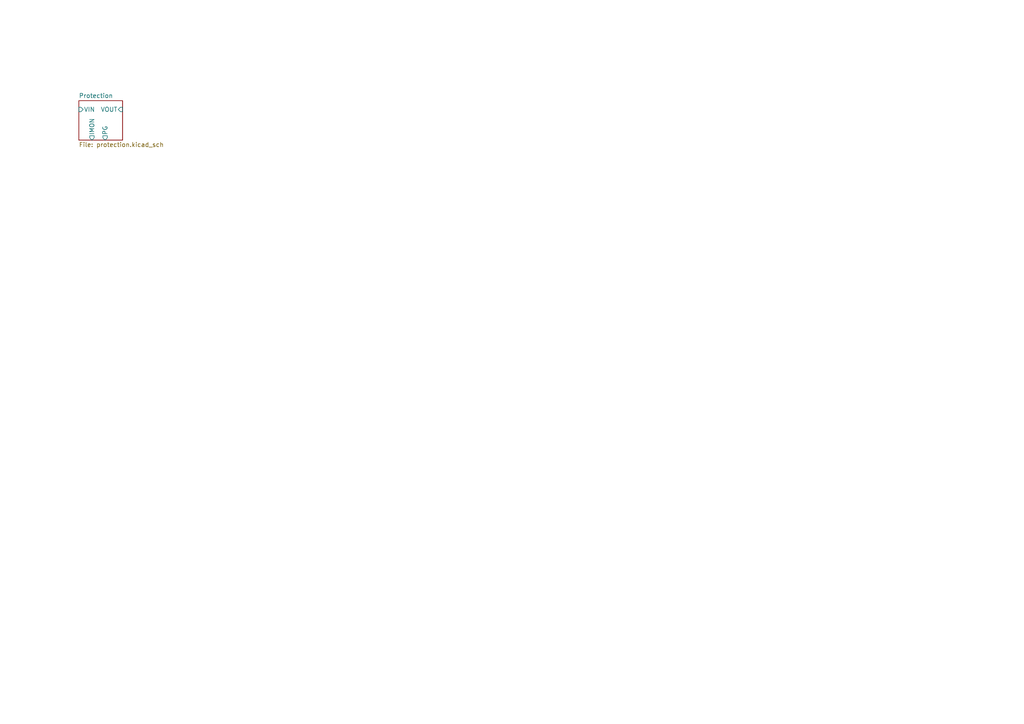
<source format=kicad_sch>
(kicad_sch
	(version 20231120)
	(generator "eeschema")
	(generator_version "8.0")
	(uuid "4ada6b97-3426-4461-9c61-3a669b502d50")
	(paper "A4")
	(lib_symbols)
	(sheet
		(at 22.86 29.21)
		(size 12.7 11.43)
		(fields_autoplaced yes)
		(stroke
			(width 0.1524)
			(type solid)
		)
		(fill
			(color 0 0 0 0.0000)
		)
		(uuid "49cec9b7-8671-4b97-a97b-5cf09a7586ee")
		(property "Sheetname" "Protection"
			(at 22.86 28.4984 0)
			(effects
				(font
					(size 1.27 1.27)
				)
				(justify left bottom)
			)
		)
		(property "Sheetfile" "protection.kicad_sch"
			(at 22.86 41.2246 0)
			(effects
				(font
					(size 1.27 1.27)
				)
				(justify left top)
			)
		)
		(pin "VIN" input
			(at 22.86 31.75 180)
			(effects
				(font
					(size 1.27 1.27)
				)
				(justify left)
			)
			(uuid "9a9501fa-12bf-4783-872a-7dae4132a733")
		)
		(pin "IMON" output
			(at 26.67 40.64 270)
			(effects
				(font
					(size 1.27 1.27)
				)
				(justify left)
			)
			(uuid "d03680c3-b1cd-43e2-aeb7-1d641f52c6a0")
		)
		(pin "PG" output
			(at 30.48 40.64 270)
			(effects
				(font
					(size 1.27 1.27)
				)
				(justify left)
			)
			(uuid "2d507de1-2308-4fd4-8584-0ed20539ce2d")
		)
		(pin "VOUT" input
			(at 35.56 31.75 0)
			(effects
				(font
					(size 1.27 1.27)
				)
				(justify right)
			)
			(uuid "f1a2622f-a89b-4f8c-851e-837d0fbaa31e")
		)
		(instances
			(project "USBPowerMux"
				(path "/4ada6b97-3426-4461-9c61-3a669b502d50"
					(page "2")
				)
			)
		)
	)
	(sheet_instances
		(path "/"
			(page "1")
		)
	)
)

</source>
